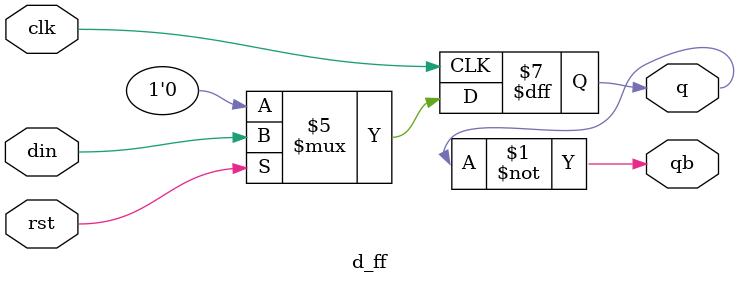
<source format=v>
`timescale 1ns / 1ps


module d_ff(din,clk,rst,q,qb);
  input clk,rst,din;
  output reg q,qb;
  
  assign qb = ~q;
  always@(posedge clk)
    begin
      if(!rst) begin
        q <= 1'b0;
      end
  	  else begin
        q <= din;
      end
    end
  
endmodule
      
</source>
